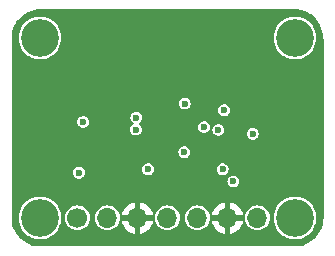
<source format=gbr>
%TF.GenerationSoftware,KiCad,Pcbnew,8.0.3-8.0.3-0~ubuntu23.10.1*%
%TF.CreationDate,2024-08-01T21:15:56-04:00*%
%TF.ProjectId,OPT4001,4f505434-3030-4312-9e6b-696361645f70,rev?*%
%TF.SameCoordinates,Original*%
%TF.FileFunction,Copper,L2,Inr*%
%TF.FilePolarity,Positive*%
%FSLAX46Y46*%
G04 Gerber Fmt 4.6, Leading zero omitted, Abs format (unit mm)*
G04 Created by KiCad (PCBNEW 8.0.3-8.0.3-0~ubuntu23.10.1) date 2024-08-01 21:15:56*
%MOMM*%
%LPD*%
G01*
G04 APERTURE LIST*
%TA.AperFunction,ComponentPad*%
%ADD10C,3.200000*%
%TD*%
%TA.AperFunction,ComponentPad*%
%ADD11O,1.700000X1.700000*%
%TD*%
%TA.AperFunction,ComponentPad*%
%ADD12C,1.700000*%
%TD*%
%TA.AperFunction,ViaPad*%
%ADD13C,0.600000*%
%TD*%
G04 APERTURE END LIST*
D10*
%TO.N,unconnected-(H1-Pad1)*%
%TO.C,H1*%
X108204000Y-87630000D03*
%TD*%
%TO.N,unconnected-(H4-Pad1)*%
%TO.C,H4*%
X129794000Y-87630000D03*
%TD*%
%TO.N,unconnected-(H3-Pad1)*%
%TO.C,H3*%
X108204000Y-102870000D03*
%TD*%
%TO.N,unconnected-(H2-Pad1)*%
%TO.C,H2*%
X129794000Y-102870000D03*
%TD*%
D11*
%TO.N,/INT*%
%TO.C,J3*%
X126614000Y-102870000D03*
%TO.N,GND*%
X124074000Y-102870000D03*
%TO.N,/SDA*%
X121534000Y-102870000D03*
%TO.N,/SCL*%
X118994000Y-102870000D03*
%TO.N,GND*%
X116454000Y-102870000D03*
%TO.N,+3.3V*%
X113914000Y-102870000D03*
D12*
%TO.N,VDD*%
X111374000Y-102870000D03*
%TD*%
D13*
%TO.N,GND*%
X111950000Y-97790000D03*
X116320000Y-96410000D03*
X116360000Y-93430000D03*
X126210000Y-96750000D03*
X111850000Y-93750000D03*
%TO.N,/SCL*%
X123310000Y-95430000D03*
X123800000Y-93750000D03*
%TO.N,VDD*%
X124580000Y-99790000D03*
X126210000Y-95750000D03*
X120420000Y-97310000D03*
X120450000Y-93190000D03*
X111850000Y-94750000D03*
X117350000Y-98740000D03*
%TO.N,/INT*%
X122100000Y-95180000D03*
X123660000Y-98740000D03*
%TO.N,+3.3V*%
X111500000Y-99040000D03*
X116370000Y-94380000D03*
%TO.N,Net-(JP1-B)*%
X116320000Y-95390000D03*
%TD*%
%TA.AperFunction,Conductor*%
%TO.N,GND*%
G36*
X129766884Y-85207613D02*
G01*
X130052036Y-85224862D01*
X130059503Y-85225769D01*
X130338629Y-85276921D01*
X130345956Y-85278727D01*
X130544347Y-85340548D01*
X130616871Y-85363147D01*
X130623927Y-85365822D01*
X130882707Y-85482289D01*
X130889377Y-85485791D01*
X131044035Y-85579285D01*
X131132219Y-85632594D01*
X131138430Y-85636881D01*
X131361809Y-85811888D01*
X131367458Y-85816893D01*
X131568106Y-86017541D01*
X131573111Y-86023190D01*
X131748118Y-86246569D01*
X131752405Y-86252780D01*
X131899205Y-86495616D01*
X131902713Y-86502299D01*
X132019176Y-86761071D01*
X132021852Y-86768128D01*
X132106272Y-87039043D01*
X132108078Y-87046371D01*
X132159228Y-87325483D01*
X132160138Y-87332976D01*
X132175991Y-87595071D01*
X132175899Y-87597521D01*
X132177385Y-87621971D01*
X132177500Y-87625761D01*
X132177500Y-87649102D01*
X132177629Y-87649669D01*
X132190183Y-87675440D01*
X132190305Y-87675692D01*
X132200310Y-87696466D01*
X132206500Y-87723585D01*
X132206500Y-102868110D01*
X132206386Y-102871884D01*
X132189138Y-103157023D01*
X132188228Y-103164515D01*
X132137078Y-103443628D01*
X132135272Y-103450956D01*
X132050852Y-103721871D01*
X132048176Y-103728928D01*
X131931713Y-103987700D01*
X131928205Y-103994383D01*
X131781405Y-104237219D01*
X131777118Y-104243430D01*
X131602111Y-104466809D01*
X131597106Y-104472458D01*
X131396458Y-104673106D01*
X131390809Y-104678111D01*
X131167430Y-104853118D01*
X131161219Y-104857405D01*
X130918383Y-105004205D01*
X130911700Y-105007713D01*
X130652928Y-105124176D01*
X130645871Y-105126852D01*
X130374956Y-105211272D01*
X130367628Y-105213078D01*
X130088515Y-105264228D01*
X130081023Y-105265138D01*
X129795885Y-105282386D01*
X129792111Y-105282500D01*
X108205889Y-105282500D01*
X108202115Y-105282386D01*
X107916976Y-105265138D01*
X107909484Y-105264228D01*
X107630371Y-105213078D01*
X107623043Y-105211272D01*
X107352128Y-105126852D01*
X107345071Y-105124176D01*
X107086299Y-105007713D01*
X107079616Y-105004205D01*
X106836780Y-104857405D01*
X106830569Y-104853118D01*
X106607190Y-104678111D01*
X106601541Y-104673106D01*
X106400893Y-104472458D01*
X106395888Y-104466809D01*
X106220881Y-104243430D01*
X106216594Y-104237219D01*
X106159895Y-104143428D01*
X106069791Y-103994377D01*
X106066289Y-103987707D01*
X105949822Y-103728927D01*
X105947147Y-103721871D01*
X105862727Y-103450956D01*
X105860921Y-103443628D01*
X105847428Y-103370000D01*
X105809769Y-103164503D01*
X105808862Y-103157034D01*
X105791614Y-102871883D01*
X105791557Y-102870000D01*
X106398451Y-102870000D01*
X106417185Y-103120000D01*
X106418617Y-103139102D01*
X106418617Y-103139104D01*
X106478663Y-103402188D01*
X106478666Y-103402195D01*
X106577257Y-103653398D01*
X106712185Y-103887102D01*
X106712187Y-103887105D01*
X106712191Y-103887111D01*
X106880432Y-104098077D01*
X106880435Y-104098080D01*
X106880439Y-104098085D01*
X107078259Y-104281635D01*
X107078264Y-104281638D01*
X107078267Y-104281641D01*
X107219101Y-104377659D01*
X107301226Y-104433651D01*
X107544359Y-104550738D01*
X107684469Y-104593956D01*
X107802217Y-104630277D01*
X107802221Y-104630278D01*
X107802228Y-104630280D01*
X108069071Y-104670500D01*
X108069077Y-104670500D01*
X108338923Y-104670500D01*
X108338929Y-104670500D01*
X108605772Y-104630280D01*
X108863641Y-104550738D01*
X109106775Y-104433651D01*
X109329741Y-104281635D01*
X109527561Y-104098085D01*
X109695815Y-103887102D01*
X109830743Y-103653398D01*
X109929334Y-103402195D01*
X109936683Y-103370000D01*
X109959484Y-103270099D01*
X109989383Y-103139103D01*
X110009549Y-102870000D01*
X110009549Y-102869999D01*
X110318417Y-102869999D01*
X110318417Y-102870000D01*
X110338699Y-103075930D01*
X110338700Y-103075935D01*
X110398766Y-103273949D01*
X110398768Y-103273954D01*
X110496311Y-103456444D01*
X110496313Y-103456448D01*
X110496315Y-103456450D01*
X110627590Y-103616410D01*
X110787550Y-103747685D01*
X110787553Y-103747686D01*
X110787555Y-103747688D01*
X110862912Y-103787967D01*
X110970046Y-103845232D01*
X111168066Y-103905300D01*
X111374000Y-103925583D01*
X111579934Y-103905300D01*
X111777954Y-103845232D01*
X111960450Y-103747685D01*
X112120410Y-103616410D01*
X112251685Y-103456450D01*
X112349232Y-103273954D01*
X112409300Y-103075934D01*
X112429583Y-102870000D01*
X112429583Y-102869999D01*
X112858417Y-102869999D01*
X112858417Y-102870000D01*
X112878699Y-103075930D01*
X112878700Y-103075935D01*
X112938766Y-103273949D01*
X112938768Y-103273954D01*
X113036311Y-103456444D01*
X113036313Y-103456448D01*
X113036315Y-103456450D01*
X113167590Y-103616410D01*
X113327550Y-103747685D01*
X113327553Y-103747686D01*
X113327555Y-103747688D01*
X113402912Y-103787967D01*
X113510046Y-103845232D01*
X113708066Y-103905300D01*
X113914000Y-103925583D01*
X114119934Y-103905300D01*
X114317954Y-103845232D01*
X114500450Y-103747685D01*
X114660410Y-103616410D01*
X114791685Y-103456450D01*
X114889232Y-103273954D01*
X114949300Y-103075934D01*
X114969583Y-102870000D01*
X114949300Y-102664066D01*
X114935932Y-102619998D01*
X115123363Y-102619998D01*
X115123364Y-102620000D01*
X116020988Y-102620000D01*
X115988075Y-102677007D01*
X115954000Y-102804174D01*
X115954000Y-102935826D01*
X115988075Y-103062993D01*
X116020988Y-103120000D01*
X115123364Y-103120000D01*
X115123363Y-103120001D01*
X115180567Y-103333487D01*
X115180568Y-103333489D01*
X115280398Y-103547575D01*
X115415892Y-103741081D01*
X115582918Y-103908107D01*
X115776426Y-104043603D01*
X115990503Y-104143428D01*
X115990519Y-104143434D01*
X116203998Y-104200635D01*
X116204000Y-104200634D01*
X116204000Y-103303012D01*
X116261007Y-103335925D01*
X116388174Y-103370000D01*
X116519826Y-103370000D01*
X116646993Y-103335925D01*
X116704000Y-103303012D01*
X116704000Y-104200634D01*
X116704001Y-104200635D01*
X116917480Y-104143434D01*
X116917496Y-104143428D01*
X117131573Y-104043603D01*
X117325081Y-103908107D01*
X117492107Y-103741081D01*
X117627601Y-103547575D01*
X117727431Y-103333489D01*
X117727432Y-103333487D01*
X117784636Y-103120001D01*
X117784636Y-103120000D01*
X116887012Y-103120000D01*
X116919925Y-103062993D01*
X116954000Y-102935826D01*
X116954000Y-102869999D01*
X117938417Y-102869999D01*
X117938417Y-102870000D01*
X117958699Y-103075930D01*
X117958700Y-103075935D01*
X118018766Y-103273949D01*
X118018768Y-103273954D01*
X118116311Y-103456444D01*
X118116313Y-103456448D01*
X118116315Y-103456450D01*
X118247590Y-103616410D01*
X118407550Y-103747685D01*
X118407553Y-103747686D01*
X118407555Y-103747688D01*
X118482912Y-103787967D01*
X118590046Y-103845232D01*
X118788066Y-103905300D01*
X118994000Y-103925583D01*
X119199934Y-103905300D01*
X119397954Y-103845232D01*
X119580450Y-103747685D01*
X119740410Y-103616410D01*
X119871685Y-103456450D01*
X119969232Y-103273954D01*
X120029300Y-103075934D01*
X120049583Y-102870000D01*
X120049583Y-102869999D01*
X120478417Y-102869999D01*
X120478417Y-102870000D01*
X120498699Y-103075930D01*
X120498700Y-103075935D01*
X120558766Y-103273949D01*
X120558768Y-103273954D01*
X120656311Y-103456444D01*
X120656313Y-103456448D01*
X120656315Y-103456450D01*
X120787590Y-103616410D01*
X120947550Y-103747685D01*
X120947553Y-103747686D01*
X120947555Y-103747688D01*
X121022912Y-103787967D01*
X121130046Y-103845232D01*
X121328066Y-103905300D01*
X121534000Y-103925583D01*
X121739934Y-103905300D01*
X121937954Y-103845232D01*
X122120450Y-103747685D01*
X122280410Y-103616410D01*
X122411685Y-103456450D01*
X122509232Y-103273954D01*
X122569300Y-103075934D01*
X122589583Y-102870000D01*
X122569300Y-102664066D01*
X122555932Y-102619998D01*
X122743363Y-102619998D01*
X122743364Y-102620000D01*
X123640988Y-102620000D01*
X123608075Y-102677007D01*
X123574000Y-102804174D01*
X123574000Y-102935826D01*
X123608075Y-103062993D01*
X123640988Y-103120000D01*
X122743364Y-103120000D01*
X122743363Y-103120001D01*
X122800567Y-103333487D01*
X122800568Y-103333489D01*
X122900398Y-103547575D01*
X123035892Y-103741081D01*
X123202918Y-103908107D01*
X123396426Y-104043603D01*
X123610503Y-104143428D01*
X123610519Y-104143434D01*
X123823998Y-104200635D01*
X123824000Y-104200634D01*
X123824000Y-103303012D01*
X123881007Y-103335925D01*
X124008174Y-103370000D01*
X124139826Y-103370000D01*
X124266993Y-103335925D01*
X124324000Y-103303012D01*
X124324000Y-104200634D01*
X124324001Y-104200635D01*
X124537480Y-104143434D01*
X124537496Y-104143428D01*
X124751573Y-104043603D01*
X124945081Y-103908107D01*
X125112107Y-103741081D01*
X125247601Y-103547575D01*
X125347431Y-103333489D01*
X125347432Y-103333487D01*
X125404636Y-103120001D01*
X125404636Y-103120000D01*
X124507012Y-103120000D01*
X124539925Y-103062993D01*
X124574000Y-102935826D01*
X124574000Y-102869999D01*
X125558417Y-102869999D01*
X125558417Y-102870000D01*
X125578699Y-103075930D01*
X125578700Y-103075935D01*
X125638766Y-103273949D01*
X125638768Y-103273954D01*
X125736311Y-103456444D01*
X125736313Y-103456448D01*
X125736315Y-103456450D01*
X125867590Y-103616410D01*
X126027550Y-103747685D01*
X126027553Y-103747686D01*
X126027555Y-103747688D01*
X126102912Y-103787967D01*
X126210046Y-103845232D01*
X126408066Y-103905300D01*
X126614000Y-103925583D01*
X126819934Y-103905300D01*
X127017954Y-103845232D01*
X127200450Y-103747685D01*
X127360410Y-103616410D01*
X127491685Y-103456450D01*
X127589232Y-103273954D01*
X127649300Y-103075934D01*
X127669583Y-102870000D01*
X127988451Y-102870000D01*
X128007185Y-103120000D01*
X128008617Y-103139102D01*
X128008617Y-103139104D01*
X128068663Y-103402188D01*
X128068666Y-103402195D01*
X128167257Y-103653398D01*
X128302185Y-103887102D01*
X128302187Y-103887105D01*
X128302191Y-103887111D01*
X128470432Y-104098077D01*
X128470435Y-104098080D01*
X128470439Y-104098085D01*
X128668259Y-104281635D01*
X128668264Y-104281638D01*
X128668267Y-104281641D01*
X128809101Y-104377659D01*
X128891226Y-104433651D01*
X129134359Y-104550738D01*
X129274469Y-104593956D01*
X129392217Y-104630277D01*
X129392221Y-104630278D01*
X129392228Y-104630280D01*
X129659071Y-104670500D01*
X129659077Y-104670500D01*
X129928923Y-104670500D01*
X129928929Y-104670500D01*
X130195772Y-104630280D01*
X130453641Y-104550738D01*
X130696775Y-104433651D01*
X130919741Y-104281635D01*
X131117561Y-104098085D01*
X131285815Y-103887102D01*
X131420743Y-103653398D01*
X131519334Y-103402195D01*
X131526683Y-103370000D01*
X131549484Y-103270099D01*
X131579383Y-103139103D01*
X131599549Y-102870000D01*
X131599407Y-102868110D01*
X131594616Y-102804174D01*
X131579383Y-102600897D01*
X131535016Y-102406512D01*
X131519336Y-102337811D01*
X131498040Y-102283550D01*
X131420743Y-102086602D01*
X131285815Y-101852898D01*
X131285810Y-101852892D01*
X131285808Y-101852888D01*
X131117567Y-101641922D01*
X131117564Y-101641919D01*
X131117561Y-101641915D01*
X130919741Y-101458365D01*
X130919735Y-101458361D01*
X130919732Y-101458358D01*
X130696775Y-101306349D01*
X130453641Y-101189262D01*
X130453638Y-101189261D01*
X130453636Y-101189260D01*
X130453632Y-101189259D01*
X130195782Y-101109722D01*
X130195773Y-101109720D01*
X130062350Y-101089610D01*
X129928929Y-101069500D01*
X129659071Y-101069500D01*
X129392226Y-101109720D01*
X129392217Y-101109722D01*
X129134367Y-101189259D01*
X129134363Y-101189260D01*
X128891225Y-101306349D01*
X128668267Y-101458358D01*
X128668260Y-101458363D01*
X128668259Y-101458365D01*
X128470439Y-101641915D01*
X128470437Y-101641917D01*
X128470432Y-101641922D01*
X128302191Y-101852888D01*
X128167258Y-102086599D01*
X128068663Y-102337811D01*
X128008617Y-102600895D01*
X128008617Y-102600897D01*
X127988593Y-102868110D01*
X127988451Y-102870000D01*
X127669583Y-102870000D01*
X127649300Y-102664066D01*
X127589232Y-102466046D01*
X127491685Y-102283550D01*
X127360410Y-102123590D01*
X127200450Y-101992315D01*
X127200448Y-101992313D01*
X127200444Y-101992311D01*
X127017954Y-101894768D01*
X127017949Y-101894766D01*
X126819935Y-101834700D01*
X126819930Y-101834699D01*
X126614000Y-101814417D01*
X126408069Y-101834699D01*
X126408064Y-101834700D01*
X126210050Y-101894766D01*
X126210045Y-101894768D01*
X126027555Y-101992311D01*
X126027544Y-101992319D01*
X125867591Y-102123588D01*
X125867588Y-102123591D01*
X125736319Y-102283544D01*
X125736311Y-102283555D01*
X125638768Y-102466045D01*
X125638766Y-102466050D01*
X125578700Y-102664064D01*
X125578699Y-102664069D01*
X125558417Y-102869999D01*
X124574000Y-102869999D01*
X124574000Y-102804174D01*
X124539925Y-102677007D01*
X124507012Y-102620000D01*
X125404636Y-102620000D01*
X125404636Y-102619998D01*
X125347432Y-102406512D01*
X125347431Y-102406510D01*
X125247600Y-102192422D01*
X125112109Y-101998920D01*
X124945081Y-101831892D01*
X124751575Y-101696398D01*
X124537489Y-101596568D01*
X124537487Y-101596567D01*
X124324001Y-101539363D01*
X124324000Y-101539364D01*
X124324000Y-102436988D01*
X124266993Y-102404075D01*
X124139826Y-102370000D01*
X124008174Y-102370000D01*
X123881007Y-102404075D01*
X123824000Y-102436988D01*
X123824000Y-101539364D01*
X123823998Y-101539363D01*
X123610512Y-101596567D01*
X123610510Y-101596568D01*
X123396422Y-101696399D01*
X123202920Y-101831890D01*
X123035890Y-101998920D01*
X122900399Y-102192422D01*
X122800568Y-102406510D01*
X122800567Y-102406512D01*
X122743363Y-102619998D01*
X122555932Y-102619998D01*
X122509232Y-102466046D01*
X122411685Y-102283550D01*
X122280410Y-102123590D01*
X122120450Y-101992315D01*
X122120448Y-101992313D01*
X122120444Y-101992311D01*
X121937954Y-101894768D01*
X121937949Y-101894766D01*
X121739935Y-101834700D01*
X121739930Y-101834699D01*
X121534000Y-101814417D01*
X121328069Y-101834699D01*
X121328064Y-101834700D01*
X121130050Y-101894766D01*
X121130045Y-101894768D01*
X120947555Y-101992311D01*
X120947544Y-101992319D01*
X120787591Y-102123588D01*
X120787588Y-102123591D01*
X120656319Y-102283544D01*
X120656311Y-102283555D01*
X120558768Y-102466045D01*
X120558766Y-102466050D01*
X120498700Y-102664064D01*
X120498699Y-102664069D01*
X120478417Y-102869999D01*
X120049583Y-102869999D01*
X120029300Y-102664066D01*
X119969232Y-102466046D01*
X119871685Y-102283550D01*
X119740410Y-102123590D01*
X119580450Y-101992315D01*
X119580448Y-101992313D01*
X119580444Y-101992311D01*
X119397954Y-101894768D01*
X119397949Y-101894766D01*
X119199935Y-101834700D01*
X119199930Y-101834699D01*
X118994000Y-101814417D01*
X118788069Y-101834699D01*
X118788064Y-101834700D01*
X118590050Y-101894766D01*
X118590045Y-101894768D01*
X118407555Y-101992311D01*
X118407544Y-101992319D01*
X118247591Y-102123588D01*
X118247588Y-102123591D01*
X118116319Y-102283544D01*
X118116311Y-102283555D01*
X118018768Y-102466045D01*
X118018766Y-102466050D01*
X117958700Y-102664064D01*
X117958699Y-102664069D01*
X117938417Y-102869999D01*
X116954000Y-102869999D01*
X116954000Y-102804174D01*
X116919925Y-102677007D01*
X116887012Y-102620000D01*
X117784636Y-102620000D01*
X117784636Y-102619998D01*
X117727432Y-102406512D01*
X117727431Y-102406510D01*
X117627600Y-102192422D01*
X117492109Y-101998920D01*
X117325081Y-101831892D01*
X117131575Y-101696398D01*
X116917489Y-101596568D01*
X116917487Y-101596567D01*
X116704001Y-101539363D01*
X116704000Y-101539364D01*
X116704000Y-102436988D01*
X116646993Y-102404075D01*
X116519826Y-102370000D01*
X116388174Y-102370000D01*
X116261007Y-102404075D01*
X116204000Y-102436988D01*
X116204000Y-101539364D01*
X116203998Y-101539363D01*
X115990512Y-101596567D01*
X115990510Y-101596568D01*
X115776422Y-101696399D01*
X115582920Y-101831890D01*
X115415890Y-101998920D01*
X115280399Y-102192422D01*
X115180568Y-102406510D01*
X115180567Y-102406512D01*
X115123363Y-102619998D01*
X114935932Y-102619998D01*
X114889232Y-102466046D01*
X114791685Y-102283550D01*
X114660410Y-102123590D01*
X114500450Y-101992315D01*
X114500448Y-101992313D01*
X114500444Y-101992311D01*
X114317954Y-101894768D01*
X114317949Y-101894766D01*
X114119935Y-101834700D01*
X114119930Y-101834699D01*
X113914000Y-101814417D01*
X113708069Y-101834699D01*
X113708064Y-101834700D01*
X113510050Y-101894766D01*
X113510045Y-101894768D01*
X113327555Y-101992311D01*
X113327544Y-101992319D01*
X113167591Y-102123588D01*
X113167588Y-102123591D01*
X113036319Y-102283544D01*
X113036311Y-102283555D01*
X112938768Y-102466045D01*
X112938766Y-102466050D01*
X112878700Y-102664064D01*
X112878699Y-102664069D01*
X112858417Y-102869999D01*
X112429583Y-102869999D01*
X112409300Y-102664066D01*
X112349232Y-102466046D01*
X112251685Y-102283550D01*
X112120410Y-102123590D01*
X111960450Y-101992315D01*
X111960448Y-101992313D01*
X111960444Y-101992311D01*
X111777954Y-101894768D01*
X111777949Y-101894766D01*
X111579935Y-101834700D01*
X111579930Y-101834699D01*
X111374000Y-101814417D01*
X111168069Y-101834699D01*
X111168064Y-101834700D01*
X110970050Y-101894766D01*
X110970045Y-101894768D01*
X110787555Y-101992311D01*
X110787544Y-101992319D01*
X110627591Y-102123588D01*
X110627588Y-102123591D01*
X110496319Y-102283544D01*
X110496311Y-102283555D01*
X110398768Y-102466045D01*
X110398766Y-102466050D01*
X110338700Y-102664064D01*
X110338699Y-102664069D01*
X110318417Y-102869999D01*
X110009549Y-102869999D01*
X110009407Y-102868110D01*
X110004616Y-102804174D01*
X109989383Y-102600897D01*
X109945016Y-102406512D01*
X109929336Y-102337811D01*
X109908040Y-102283550D01*
X109830743Y-102086602D01*
X109695815Y-101852898D01*
X109695810Y-101852892D01*
X109695808Y-101852888D01*
X109527567Y-101641922D01*
X109527564Y-101641919D01*
X109527561Y-101641915D01*
X109329741Y-101458365D01*
X109329735Y-101458361D01*
X109329732Y-101458358D01*
X109106775Y-101306349D01*
X108863641Y-101189262D01*
X108863638Y-101189261D01*
X108863636Y-101189260D01*
X108863632Y-101189259D01*
X108605782Y-101109722D01*
X108605773Y-101109720D01*
X108472350Y-101089610D01*
X108338929Y-101069500D01*
X108069071Y-101069500D01*
X107802226Y-101109720D01*
X107802217Y-101109722D01*
X107544367Y-101189259D01*
X107544363Y-101189260D01*
X107301225Y-101306349D01*
X107078267Y-101458358D01*
X107078260Y-101458363D01*
X107078259Y-101458365D01*
X106880439Y-101641915D01*
X106880437Y-101641917D01*
X106880432Y-101641922D01*
X106712191Y-101852888D01*
X106577258Y-102086599D01*
X106478663Y-102337811D01*
X106418617Y-102600895D01*
X106418617Y-102600897D01*
X106398593Y-102868110D01*
X106398451Y-102870000D01*
X105791557Y-102870000D01*
X105791500Y-102868110D01*
X105791500Y-99790000D01*
X124074353Y-99790000D01*
X124094834Y-99932455D01*
X124154623Y-100063372D01*
X124154623Y-100063374D01*
X124248871Y-100172142D01*
X124248872Y-100172143D01*
X124369947Y-100249953D01*
X124369949Y-100249953D01*
X124369950Y-100249954D01*
X124508036Y-100290499D01*
X124508038Y-100290500D01*
X124508039Y-100290500D01*
X124651962Y-100290500D01*
X124651962Y-100290499D01*
X124790053Y-100249953D01*
X124911128Y-100172143D01*
X125005377Y-100063373D01*
X125065165Y-99932457D01*
X125085647Y-99790000D01*
X125065165Y-99647543D01*
X125005377Y-99516627D01*
X125005376Y-99516625D01*
X124911128Y-99407857D01*
X124790053Y-99330047D01*
X124790051Y-99330046D01*
X124790049Y-99330045D01*
X124651963Y-99289500D01*
X124651961Y-99289500D01*
X124508039Y-99289500D01*
X124508037Y-99289500D01*
X124369950Y-99330045D01*
X124248871Y-99407857D01*
X124154623Y-99516625D01*
X124154623Y-99516627D01*
X124094834Y-99647544D01*
X124074353Y-99790000D01*
X105791500Y-99790000D01*
X105791500Y-99040000D01*
X110994353Y-99040000D01*
X111014834Y-99182455D01*
X111014835Y-99182457D01*
X111063720Y-99289500D01*
X111074623Y-99313372D01*
X111074623Y-99313374D01*
X111156493Y-99407857D01*
X111168872Y-99422143D01*
X111289947Y-99499953D01*
X111289949Y-99499953D01*
X111289950Y-99499954D01*
X111428036Y-99540499D01*
X111428038Y-99540500D01*
X111428039Y-99540500D01*
X111571962Y-99540500D01*
X111571962Y-99540499D01*
X111710053Y-99499953D01*
X111831128Y-99422143D01*
X111925377Y-99313373D01*
X111985165Y-99182457D01*
X112005647Y-99040000D01*
X111985165Y-98897543D01*
X111925377Y-98766627D01*
X111925376Y-98766625D01*
X111902305Y-98740000D01*
X116844353Y-98740000D01*
X116864834Y-98882455D01*
X116924623Y-99013372D01*
X116924623Y-99013374D01*
X116947695Y-99040000D01*
X117018872Y-99122143D01*
X117139947Y-99199953D01*
X117139949Y-99199953D01*
X117139950Y-99199954D01*
X117278036Y-99240499D01*
X117278038Y-99240500D01*
X117278039Y-99240500D01*
X117421962Y-99240500D01*
X117421962Y-99240499D01*
X117560053Y-99199953D01*
X117681128Y-99122143D01*
X117775377Y-99013373D01*
X117835165Y-98882457D01*
X117855647Y-98740000D01*
X123154353Y-98740000D01*
X123174834Y-98882455D01*
X123234623Y-99013372D01*
X123234623Y-99013374D01*
X123257695Y-99040000D01*
X123328872Y-99122143D01*
X123449947Y-99199953D01*
X123449949Y-99199953D01*
X123449950Y-99199954D01*
X123588036Y-99240499D01*
X123588038Y-99240500D01*
X123588039Y-99240500D01*
X123731962Y-99240500D01*
X123731962Y-99240499D01*
X123870053Y-99199953D01*
X123991128Y-99122143D01*
X124085377Y-99013373D01*
X124145165Y-98882457D01*
X124165647Y-98740000D01*
X124145165Y-98597543D01*
X124085377Y-98466627D01*
X124085376Y-98466625D01*
X123991128Y-98357857D01*
X123870053Y-98280047D01*
X123870051Y-98280046D01*
X123870049Y-98280045D01*
X123731963Y-98239500D01*
X123731961Y-98239500D01*
X123588039Y-98239500D01*
X123588037Y-98239500D01*
X123449950Y-98280045D01*
X123328871Y-98357857D01*
X123234623Y-98466625D01*
X123234623Y-98466627D01*
X123174834Y-98597544D01*
X123154353Y-98740000D01*
X117855647Y-98740000D01*
X117835165Y-98597543D01*
X117775377Y-98466627D01*
X117775376Y-98466625D01*
X117681128Y-98357857D01*
X117560053Y-98280047D01*
X117560051Y-98280046D01*
X117560049Y-98280045D01*
X117421963Y-98239500D01*
X117421961Y-98239500D01*
X117278039Y-98239500D01*
X117278037Y-98239500D01*
X117139950Y-98280045D01*
X117018871Y-98357857D01*
X116924623Y-98466625D01*
X116924623Y-98466627D01*
X116864834Y-98597544D01*
X116844353Y-98740000D01*
X111902305Y-98740000D01*
X111831128Y-98657857D01*
X111710053Y-98580047D01*
X111710051Y-98580046D01*
X111710049Y-98580045D01*
X111571963Y-98539500D01*
X111571961Y-98539500D01*
X111428039Y-98539500D01*
X111428037Y-98539500D01*
X111289950Y-98580045D01*
X111168871Y-98657857D01*
X111074623Y-98766625D01*
X111074623Y-98766627D01*
X111014834Y-98897544D01*
X110994353Y-99040000D01*
X105791500Y-99040000D01*
X105791500Y-97310000D01*
X119914353Y-97310000D01*
X119934834Y-97452455D01*
X119994623Y-97583372D01*
X119994623Y-97583374D01*
X120088871Y-97692142D01*
X120088872Y-97692143D01*
X120209947Y-97769953D01*
X120209949Y-97769953D01*
X120209950Y-97769954D01*
X120348036Y-97810499D01*
X120348038Y-97810500D01*
X120348039Y-97810500D01*
X120491962Y-97810500D01*
X120491962Y-97810499D01*
X120630053Y-97769953D01*
X120751128Y-97692143D01*
X120845377Y-97583373D01*
X120905165Y-97452457D01*
X120925647Y-97310000D01*
X120905165Y-97167543D01*
X120845377Y-97036627D01*
X120845376Y-97036625D01*
X120751128Y-96927857D01*
X120630053Y-96850047D01*
X120630051Y-96850046D01*
X120630049Y-96850045D01*
X120491963Y-96809500D01*
X120491961Y-96809500D01*
X120348039Y-96809500D01*
X120348037Y-96809500D01*
X120209950Y-96850045D01*
X120088871Y-96927857D01*
X119994623Y-97036625D01*
X119994623Y-97036627D01*
X119934834Y-97167544D01*
X119914353Y-97310000D01*
X105791500Y-97310000D01*
X105791500Y-95390000D01*
X115814353Y-95390000D01*
X115834834Y-95532455D01*
X115834835Y-95532457D01*
X115883927Y-95639953D01*
X115894623Y-95663372D01*
X115894623Y-95663374D01*
X115969685Y-95750000D01*
X115988872Y-95772143D01*
X116109947Y-95849953D01*
X116246179Y-95889954D01*
X116248036Y-95890499D01*
X116248038Y-95890500D01*
X116248039Y-95890500D01*
X116391962Y-95890500D01*
X116391962Y-95890499D01*
X116530053Y-95849953D01*
X116651128Y-95772143D01*
X116745377Y-95663373D01*
X116805165Y-95532457D01*
X116825647Y-95390000D01*
X116805165Y-95247543D01*
X116774319Y-95180000D01*
X121594353Y-95180000D01*
X121614834Y-95322455D01*
X121674623Y-95453372D01*
X121674623Y-95453374D01*
X121743147Y-95532455D01*
X121768872Y-95562143D01*
X121889947Y-95639953D01*
X121889949Y-95639953D01*
X121889950Y-95639954D01*
X122028036Y-95680499D01*
X122028038Y-95680500D01*
X122028039Y-95680500D01*
X122171962Y-95680500D01*
X122171962Y-95680499D01*
X122310053Y-95639953D01*
X122431128Y-95562143D01*
X122525377Y-95453373D01*
X122536051Y-95430000D01*
X122804353Y-95430000D01*
X122824834Y-95572455D01*
X122824835Y-95572457D01*
X122866355Y-95663373D01*
X122884623Y-95703372D01*
X122884623Y-95703374D01*
X122925025Y-95750000D01*
X122978872Y-95812143D01*
X123099947Y-95889953D01*
X123099949Y-95889953D01*
X123099950Y-95889954D01*
X123238036Y-95930499D01*
X123238038Y-95930500D01*
X123238039Y-95930500D01*
X123381962Y-95930500D01*
X123381962Y-95930499D01*
X123520053Y-95889953D01*
X123641128Y-95812143D01*
X123694975Y-95750000D01*
X125704353Y-95750000D01*
X125724834Y-95892455D01*
X125784623Y-96023372D01*
X125784623Y-96023374D01*
X125878871Y-96132142D01*
X125878872Y-96132143D01*
X125999947Y-96209953D01*
X125999949Y-96209953D01*
X125999950Y-96209954D01*
X126138036Y-96250499D01*
X126138038Y-96250500D01*
X126138039Y-96250500D01*
X126281962Y-96250500D01*
X126281962Y-96250499D01*
X126420053Y-96209953D01*
X126541128Y-96132143D01*
X126635377Y-96023373D01*
X126695165Y-95892457D01*
X126715647Y-95750000D01*
X126695165Y-95607543D01*
X126635377Y-95476627D01*
X126635376Y-95476625D01*
X126541128Y-95367857D01*
X126470484Y-95322457D01*
X126420053Y-95290047D01*
X126420051Y-95290046D01*
X126420049Y-95290045D01*
X126281963Y-95249500D01*
X126281961Y-95249500D01*
X126138039Y-95249500D01*
X126138037Y-95249500D01*
X125999950Y-95290045D01*
X125878871Y-95367857D01*
X125784623Y-95476625D01*
X125784623Y-95476627D01*
X125724834Y-95607544D01*
X125704353Y-95750000D01*
X123694975Y-95750000D01*
X123735377Y-95703373D01*
X123795165Y-95572457D01*
X123815647Y-95430000D01*
X123795165Y-95287543D01*
X123735377Y-95156627D01*
X123735376Y-95156625D01*
X123641128Y-95047857D01*
X123625079Y-95037543D01*
X123520053Y-94970047D01*
X123520051Y-94970046D01*
X123520049Y-94970045D01*
X123381963Y-94929500D01*
X123381961Y-94929500D01*
X123238039Y-94929500D01*
X123238037Y-94929500D01*
X123099950Y-94970045D01*
X122978871Y-95047857D01*
X122884623Y-95156625D01*
X122884623Y-95156627D01*
X122824834Y-95287544D01*
X122804353Y-95430000D01*
X122536051Y-95430000D01*
X122585165Y-95322457D01*
X122605647Y-95180000D01*
X122585165Y-95037543D01*
X122525377Y-94906627D01*
X122525376Y-94906625D01*
X122431128Y-94797857D01*
X122375559Y-94762145D01*
X122310053Y-94720047D01*
X122310051Y-94720046D01*
X122310049Y-94720045D01*
X122171963Y-94679500D01*
X122171961Y-94679500D01*
X122028039Y-94679500D01*
X122028037Y-94679500D01*
X121889950Y-94720045D01*
X121768871Y-94797857D01*
X121674623Y-94906625D01*
X121674623Y-94906627D01*
X121614834Y-95037544D01*
X121594353Y-95180000D01*
X116774319Y-95180000D01*
X116745377Y-95116627D01*
X116745376Y-95116625D01*
X116651126Y-95007854D01*
X116564639Y-94952273D01*
X116537357Y-94912980D01*
X116545851Y-94865905D01*
X116576509Y-94842959D01*
X116575985Y-94841811D01*
X116580047Y-94839955D01*
X116580047Y-94839954D01*
X116580053Y-94839953D01*
X116701128Y-94762143D01*
X116795377Y-94653373D01*
X116855165Y-94522457D01*
X116875647Y-94380000D01*
X116855165Y-94237543D01*
X116795377Y-94106627D01*
X116795376Y-94106625D01*
X116701128Y-93997857D01*
X116580053Y-93920047D01*
X116580051Y-93920046D01*
X116580049Y-93920045D01*
X116441963Y-93879500D01*
X116441961Y-93879500D01*
X116298039Y-93879500D01*
X116298037Y-93879500D01*
X116159950Y-93920045D01*
X116038871Y-93997857D01*
X115944623Y-94106625D01*
X115944623Y-94106627D01*
X115884834Y-94237544D01*
X115864353Y-94380000D01*
X115884834Y-94522455D01*
X115884835Y-94522457D01*
X115923693Y-94607544D01*
X115944623Y-94653372D01*
X115944623Y-94653374D01*
X116038873Y-94762145D01*
X116125360Y-94817726D01*
X116152642Y-94857018D01*
X116144148Y-94904094D01*
X116113492Y-94927045D01*
X116114015Y-94928189D01*
X116109952Y-94930044D01*
X115988871Y-95007857D01*
X115894623Y-95116625D01*
X115894623Y-95116627D01*
X115834834Y-95247544D01*
X115814353Y-95390000D01*
X105791500Y-95390000D01*
X105791500Y-94750000D01*
X111344353Y-94750000D01*
X111364834Y-94892455D01*
X111364835Y-94892457D01*
X111392152Y-94952273D01*
X111424623Y-95023372D01*
X111424623Y-95023374D01*
X111505427Y-95116627D01*
X111518872Y-95132143D01*
X111639947Y-95209953D01*
X111774633Y-95249500D01*
X111778036Y-95250499D01*
X111778038Y-95250500D01*
X111778039Y-95250500D01*
X111921962Y-95250500D01*
X111921962Y-95250499D01*
X112060053Y-95209953D01*
X112181128Y-95132143D01*
X112275377Y-95023373D01*
X112335165Y-94892457D01*
X112355647Y-94750000D01*
X112335165Y-94607543D01*
X112275377Y-94476627D01*
X112275376Y-94476625D01*
X112181128Y-94367857D01*
X112060053Y-94290047D01*
X112060051Y-94290046D01*
X112060049Y-94290045D01*
X111921963Y-94249500D01*
X111921961Y-94249500D01*
X111778039Y-94249500D01*
X111778037Y-94249500D01*
X111639950Y-94290045D01*
X111518871Y-94367857D01*
X111424623Y-94476625D01*
X111424623Y-94476627D01*
X111364834Y-94607544D01*
X111344353Y-94750000D01*
X105791500Y-94750000D01*
X105791500Y-93750000D01*
X123294353Y-93750000D01*
X123314834Y-93892455D01*
X123374623Y-94023372D01*
X123374623Y-94023374D01*
X123446762Y-94106627D01*
X123468872Y-94132143D01*
X123589947Y-94209953D01*
X123724633Y-94249500D01*
X123728036Y-94250499D01*
X123728038Y-94250500D01*
X123728039Y-94250500D01*
X123871962Y-94250500D01*
X123871962Y-94250499D01*
X124010053Y-94209953D01*
X124131128Y-94132143D01*
X124225377Y-94023373D01*
X124285165Y-93892457D01*
X124305647Y-93750000D01*
X124285165Y-93607543D01*
X124225377Y-93476627D01*
X124225376Y-93476625D01*
X124131128Y-93367857D01*
X124076041Y-93332455D01*
X124010053Y-93290047D01*
X124010051Y-93290046D01*
X124010049Y-93290045D01*
X123871963Y-93249500D01*
X123871961Y-93249500D01*
X123728039Y-93249500D01*
X123728037Y-93249500D01*
X123589950Y-93290045D01*
X123468871Y-93367857D01*
X123374623Y-93476625D01*
X123374623Y-93476627D01*
X123314834Y-93607544D01*
X123294353Y-93750000D01*
X105791500Y-93750000D01*
X105791500Y-93190000D01*
X119944353Y-93190000D01*
X119964834Y-93332455D01*
X120024623Y-93463372D01*
X120024623Y-93463374D01*
X120118871Y-93572142D01*
X120118872Y-93572143D01*
X120239947Y-93649953D01*
X120239949Y-93649953D01*
X120239950Y-93649954D01*
X120378036Y-93690499D01*
X120378038Y-93690500D01*
X120378039Y-93690500D01*
X120521962Y-93690500D01*
X120521962Y-93690499D01*
X120660053Y-93649953D01*
X120781128Y-93572143D01*
X120875377Y-93463373D01*
X120935165Y-93332457D01*
X120955647Y-93190000D01*
X120935165Y-93047543D01*
X120875377Y-92916627D01*
X120875376Y-92916625D01*
X120781128Y-92807857D01*
X120660053Y-92730047D01*
X120660051Y-92730046D01*
X120660049Y-92730045D01*
X120521963Y-92689500D01*
X120521961Y-92689500D01*
X120378039Y-92689500D01*
X120378037Y-92689500D01*
X120239950Y-92730045D01*
X120118871Y-92807857D01*
X120024623Y-92916625D01*
X120024623Y-92916627D01*
X119964834Y-93047544D01*
X119944353Y-93190000D01*
X105791500Y-93190000D01*
X105791500Y-87629996D01*
X106398451Y-87629996D01*
X106398451Y-87630003D01*
X106418617Y-87899102D01*
X106418617Y-87899104D01*
X106478663Y-88162188D01*
X106478666Y-88162195D01*
X106577257Y-88413398D01*
X106712185Y-88647102D01*
X106712187Y-88647105D01*
X106712191Y-88647111D01*
X106880432Y-88858077D01*
X106880435Y-88858080D01*
X106880439Y-88858085D01*
X107078259Y-89041635D01*
X107078264Y-89041638D01*
X107078267Y-89041641D01*
X107219101Y-89137659D01*
X107301226Y-89193651D01*
X107544359Y-89310738D01*
X107684469Y-89353956D01*
X107802217Y-89390277D01*
X107802221Y-89390278D01*
X107802228Y-89390280D01*
X108069071Y-89430500D01*
X108069077Y-89430500D01*
X108338923Y-89430500D01*
X108338929Y-89430500D01*
X108605772Y-89390280D01*
X108863641Y-89310738D01*
X109106775Y-89193651D01*
X109329741Y-89041635D01*
X109527561Y-88858085D01*
X109695815Y-88647102D01*
X109830743Y-88413398D01*
X109929334Y-88162195D01*
X109989383Y-87899103D01*
X110009549Y-87630000D01*
X110009549Y-87629996D01*
X127988451Y-87629996D01*
X127988451Y-87630003D01*
X128008617Y-87899102D01*
X128008617Y-87899104D01*
X128068663Y-88162188D01*
X128068666Y-88162195D01*
X128167257Y-88413398D01*
X128302185Y-88647102D01*
X128302187Y-88647105D01*
X128302191Y-88647111D01*
X128470432Y-88858077D01*
X128470435Y-88858080D01*
X128470439Y-88858085D01*
X128668259Y-89041635D01*
X128668264Y-89041638D01*
X128668267Y-89041641D01*
X128809101Y-89137659D01*
X128891226Y-89193651D01*
X129134359Y-89310738D01*
X129274469Y-89353956D01*
X129392217Y-89390277D01*
X129392221Y-89390278D01*
X129392228Y-89390280D01*
X129659071Y-89430500D01*
X129659077Y-89430500D01*
X129928923Y-89430500D01*
X129928929Y-89430500D01*
X130195772Y-89390280D01*
X130453641Y-89310738D01*
X130696775Y-89193651D01*
X130919741Y-89041635D01*
X131117561Y-88858085D01*
X131285815Y-88647102D01*
X131420743Y-88413398D01*
X131519334Y-88162195D01*
X131579383Y-87899103D01*
X131599549Y-87630000D01*
X131599231Y-87625761D01*
X131593323Y-87546919D01*
X131579383Y-87360897D01*
X131551305Y-87237881D01*
X131519336Y-87097811D01*
X131496271Y-87039043D01*
X131420743Y-86846602D01*
X131285815Y-86612898D01*
X131285810Y-86612892D01*
X131285808Y-86612888D01*
X131117567Y-86401922D01*
X131117564Y-86401919D01*
X131117561Y-86401915D01*
X130919741Y-86218365D01*
X130919735Y-86218361D01*
X130919732Y-86218358D01*
X130696775Y-86066349D01*
X130607154Y-86023190D01*
X130453641Y-85949262D01*
X130453638Y-85949261D01*
X130453636Y-85949260D01*
X130453632Y-85949259D01*
X130195782Y-85869722D01*
X130195773Y-85869720D01*
X129996734Y-85839720D01*
X129928929Y-85829500D01*
X129659071Y-85829500D01*
X129392226Y-85869720D01*
X129392217Y-85869722D01*
X129134367Y-85949259D01*
X129134363Y-85949260D01*
X128891225Y-86066349D01*
X128668267Y-86218358D01*
X128668260Y-86218363D01*
X128668259Y-86218365D01*
X128470439Y-86401915D01*
X128470437Y-86401917D01*
X128470432Y-86401922D01*
X128302191Y-86612888D01*
X128167258Y-86846599D01*
X128068663Y-87097811D01*
X128008617Y-87360895D01*
X128008617Y-87360897D01*
X127988451Y-87629996D01*
X110009549Y-87629996D01*
X110009231Y-87625761D01*
X110003323Y-87546919D01*
X109989383Y-87360897D01*
X109961305Y-87237881D01*
X109929336Y-87097811D01*
X109906271Y-87039043D01*
X109830743Y-86846602D01*
X109695815Y-86612898D01*
X109695810Y-86612892D01*
X109695808Y-86612888D01*
X109527567Y-86401922D01*
X109527564Y-86401919D01*
X109527561Y-86401915D01*
X109329741Y-86218365D01*
X109329735Y-86218361D01*
X109329732Y-86218358D01*
X109106775Y-86066349D01*
X109017154Y-86023190D01*
X108863641Y-85949262D01*
X108863638Y-85949261D01*
X108863636Y-85949260D01*
X108863632Y-85949259D01*
X108605782Y-85869722D01*
X108605773Y-85869720D01*
X108406734Y-85839720D01*
X108338929Y-85829500D01*
X108069071Y-85829500D01*
X107802226Y-85869720D01*
X107802217Y-85869722D01*
X107544367Y-85949259D01*
X107544363Y-85949260D01*
X107301225Y-86066349D01*
X107078267Y-86218358D01*
X107078260Y-86218363D01*
X107078259Y-86218365D01*
X106880439Y-86401915D01*
X106880437Y-86401917D01*
X106880432Y-86401922D01*
X106712191Y-86612888D01*
X106577258Y-86846599D01*
X106478663Y-87097811D01*
X106418617Y-87360895D01*
X106418617Y-87360897D01*
X106398451Y-87629996D01*
X105791500Y-87629996D01*
X105791500Y-87415076D01*
X105792172Y-87405939D01*
X105817009Y-87237881D01*
X105831119Y-87142404D01*
X105832569Y-87135397D01*
X105902617Y-86873726D01*
X105904859Y-86866935D01*
X106004431Y-86615005D01*
X106007431Y-86608530D01*
X106135211Y-86369671D01*
X106138950Y-86363556D01*
X106293252Y-86140920D01*
X106297647Y-86135297D01*
X106476456Y-85931792D01*
X106481475Y-85926703D01*
X106682406Y-85745042D01*
X106687976Y-85740558D01*
X106908414Y-85583106D01*
X106914464Y-85579290D01*
X107151477Y-85448140D01*
X107157923Y-85445042D01*
X107408400Y-85341915D01*
X107415177Y-85339570D01*
X107675808Y-85265824D01*
X107682801Y-85264272D01*
X107950185Y-85220873D01*
X107957301Y-85220133D01*
X108229726Y-85207573D01*
X108233271Y-85207512D01*
X108260574Y-85207822D01*
X108260575Y-85207821D01*
X108265236Y-85207874D01*
X108268743Y-85207500D01*
X129735899Y-85207500D01*
X129763111Y-85207500D01*
X129766884Y-85207613D01*
G37*
%TD.AperFunction*%
%TD*%
M02*

</source>
